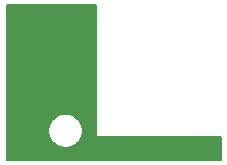
<source format=gbl>
G04 #@! TF.GenerationSoftware,KiCad,Pcbnew,(5.0.0)*
G04 #@! TF.CreationDate,2019-01-09T16:35:05-03:00*
G04 #@! TF.ProjectId,Antena,416E74656E612E6B696361645F706362,rev?*
G04 #@! TF.SameCoordinates,Original*
G04 #@! TF.FileFunction,Copper,L2,Bot,Signal*
G04 #@! TF.FilePolarity,Positive*
%FSLAX46Y46*%
G04 Gerber Fmt 4.6, Leading zero omitted, Abs format (unit mm)*
G04 Created by KiCad (PCBNEW (5.0.0)) date 01/09/19 16:35:05*
%MOMM*%
%LPD*%
G01*
G04 APERTURE LIST*
G04 #@! TA.AperFunction,ViaPad*
%ADD10C,0.600000*%
G04 #@! TD*
G04 #@! TA.AperFunction,Conductor*
%ADD11C,0.200000*%
G04 #@! TD*
G04 APERTURE END LIST*
D10*
G04 #@! TO.N,GND*
X-9855200Y-1422400D03*
X-8839200Y-1422400D03*
X-7823200Y-1422400D03*
X-9906000Y-2489200D03*
X-8839200Y-2489200D03*
G04 #@! TD*
D11*
G04 #@! TO.N,GND*
G36*
X-2995600Y-4572000D02*
X-2987988Y-4610268D01*
X-2966311Y-4642711D01*
X-2933868Y-4664388D01*
X-2895600Y-4672000D01*
X7575001Y-4672000D01*
X7575001Y-6575000D01*
X-10575000Y-6575000D01*
X-10575000Y-3971987D01*
X-7038000Y-3971987D01*
X-7038000Y-4257613D01*
X-6982277Y-4537749D01*
X-6872973Y-4801633D01*
X-6714289Y-5039121D01*
X-6512321Y-5241089D01*
X-6274833Y-5399773D01*
X-6010949Y-5509077D01*
X-5730813Y-5564800D01*
X-5445187Y-5564800D01*
X-5165051Y-5509077D01*
X-4901167Y-5399773D01*
X-4663679Y-5241089D01*
X-4461711Y-5039121D01*
X-4303027Y-4801633D01*
X-4193723Y-4537749D01*
X-4138000Y-4257613D01*
X-4138000Y-3971987D01*
X-4193723Y-3691851D01*
X-4303027Y-3427967D01*
X-4461711Y-3190479D01*
X-4663679Y-2988511D01*
X-4901167Y-2829827D01*
X-5165051Y-2720523D01*
X-5445187Y-2664800D01*
X-5730813Y-2664800D01*
X-6010949Y-2720523D01*
X-6274833Y-2829827D01*
X-6512321Y-2988511D01*
X-6714289Y-3190479D01*
X-6872973Y-3427967D01*
X-6982277Y-3691851D01*
X-7038000Y-3971987D01*
X-10575000Y-3971987D01*
X-10575000Y6575000D01*
X-2995600Y6575000D01*
X-2995600Y-4572000D01*
X-2995600Y-4572000D01*
G37*
X-2995600Y-4572000D02*
X-2987988Y-4610268D01*
X-2966311Y-4642711D01*
X-2933868Y-4664388D01*
X-2895600Y-4672000D01*
X7575001Y-4672000D01*
X7575001Y-6575000D01*
X-10575000Y-6575000D01*
X-10575000Y-3971987D01*
X-7038000Y-3971987D01*
X-7038000Y-4257613D01*
X-6982277Y-4537749D01*
X-6872973Y-4801633D01*
X-6714289Y-5039121D01*
X-6512321Y-5241089D01*
X-6274833Y-5399773D01*
X-6010949Y-5509077D01*
X-5730813Y-5564800D01*
X-5445187Y-5564800D01*
X-5165051Y-5509077D01*
X-4901167Y-5399773D01*
X-4663679Y-5241089D01*
X-4461711Y-5039121D01*
X-4303027Y-4801633D01*
X-4193723Y-4537749D01*
X-4138000Y-4257613D01*
X-4138000Y-3971987D01*
X-4193723Y-3691851D01*
X-4303027Y-3427967D01*
X-4461711Y-3190479D01*
X-4663679Y-2988511D01*
X-4901167Y-2829827D01*
X-5165051Y-2720523D01*
X-5445187Y-2664800D01*
X-5730813Y-2664800D01*
X-6010949Y-2720523D01*
X-6274833Y-2829827D01*
X-6512321Y-2988511D01*
X-6714289Y-3190479D01*
X-6872973Y-3427967D01*
X-6982277Y-3691851D01*
X-7038000Y-3971987D01*
X-10575000Y-3971987D01*
X-10575000Y6575000D01*
X-2995600Y6575000D01*
X-2995600Y-4572000D01*
G04 #@! TD*
M02*

</source>
